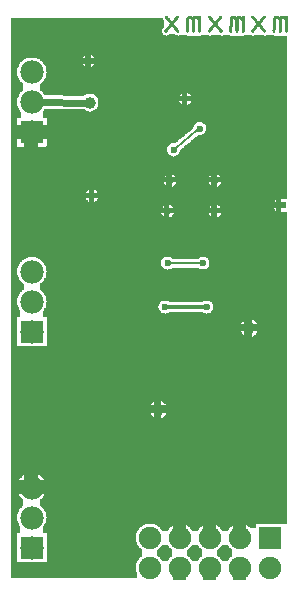
<source format=gbl>
G04 MADE WITH FRITZING*
G04 WWW.FRITZING.ORG*
G04 DOUBLE SIDED*
G04 HOLES PLATED*
G04 CONTOUR ON CENTER OF CONTOUR VECTOR*
%ASAXBY*%
%FSLAX23Y23*%
%MOIN*%
%OFA0B0*%
%SFA1.0B1.0*%
%ADD10C,0.075000*%
%ADD11C,0.078000*%
%ADD12C,0.023622*%
%ADD13C,0.039370*%
%ADD14R,0.078000X0.078000*%
%ADD15R,0.075000X0.075000*%
%ADD16C,0.008000*%
%ADD17C,0.012000*%
%ADD18C,0.024000*%
%ADD19R,0.001000X0.001000*%
%LNCOPPER0*%
G90*
G70*
G54D10*
X385Y1796D03*
G54D11*
X110Y143D03*
X110Y243D03*
X110Y343D03*
X110Y143D03*
X110Y243D03*
X110Y343D03*
X110Y1528D03*
X110Y1628D03*
X110Y1728D03*
X110Y1528D03*
X110Y1628D03*
X110Y1728D03*
X110Y863D03*
X110Y963D03*
X110Y1063D03*
X110Y863D03*
X110Y963D03*
X110Y1063D03*
G54D10*
X904Y176D03*
X904Y76D03*
X804Y176D03*
X804Y76D03*
X704Y176D03*
X704Y76D03*
X604Y176D03*
X604Y76D03*
X504Y176D03*
X504Y76D03*
G54D12*
X937Y1284D03*
X311Y1316D03*
G54D13*
X531Y603D03*
X834Y875D03*
G54D12*
X571Y1367D03*
X720Y1367D03*
X563Y1265D03*
X720Y1265D03*
X681Y1091D03*
X563Y1091D03*
X583Y1470D03*
X670Y1540D03*
X554Y945D03*
X693Y945D03*
X622Y1639D03*
G54D13*
X303Y1627D03*
G54D12*
X299Y1765D03*
G54D14*
X110Y143D03*
X110Y143D03*
X110Y1528D03*
X110Y1528D03*
X110Y863D03*
X110Y863D03*
G54D15*
X904Y176D03*
G54D16*
X572Y1091D02*
X671Y1091D01*
D02*
X590Y1476D02*
X662Y1534D01*
G54D17*
D02*
X564Y945D02*
X684Y945D01*
G54D18*
D02*
X284Y1627D02*
X140Y1628D01*
G36*
X40Y1909D02*
X40Y1849D01*
X556Y1849D01*
X556Y1851D01*
X550Y1851D01*
X550Y1853D01*
X548Y1853D01*
X548Y1855D01*
X546Y1855D01*
X546Y1859D01*
X544Y1859D01*
X544Y1871D01*
X546Y1871D01*
X546Y1875D01*
X548Y1875D01*
X548Y1877D01*
X550Y1877D01*
X550Y1879D01*
X552Y1879D01*
X552Y1899D01*
X550Y1899D01*
X550Y1901D01*
X548Y1901D01*
X548Y1903D01*
X546Y1903D01*
X546Y1909D01*
X40Y1909D01*
G37*
D02*
G36*
X568Y1855D02*
X568Y1853D01*
X566Y1853D01*
X566Y1851D01*
X562Y1851D01*
X562Y1849D01*
X596Y1849D01*
X596Y1851D01*
X590Y1851D01*
X590Y1853D01*
X588Y1853D01*
X588Y1855D01*
X568Y1855D01*
G37*
D02*
G36*
X710Y1853D02*
X710Y1851D01*
X706Y1851D01*
X706Y1849D01*
X740Y1849D01*
X740Y1851D01*
X736Y1851D01*
X736Y1853D01*
X710Y1853D01*
G37*
D02*
G36*
X856Y1853D02*
X856Y1851D01*
X850Y1851D01*
X850Y1849D01*
X884Y1849D01*
X884Y1851D01*
X880Y1851D01*
X880Y1853D01*
X856Y1853D01*
G37*
D02*
G36*
X602Y1851D02*
X602Y1849D01*
X628Y1849D01*
X628Y1851D01*
X602Y1851D01*
G37*
D02*
G36*
X674Y1851D02*
X674Y1849D01*
X700Y1849D01*
X700Y1851D01*
X674Y1851D01*
G37*
D02*
G36*
X746Y1851D02*
X746Y1849D01*
X772Y1849D01*
X772Y1851D01*
X746Y1851D01*
G37*
D02*
G36*
X818Y1851D02*
X818Y1849D01*
X844Y1849D01*
X844Y1851D01*
X818Y1851D01*
G37*
D02*
G36*
X890Y1851D02*
X890Y1849D01*
X916Y1849D01*
X916Y1851D01*
X890Y1851D01*
G37*
D02*
G36*
X40Y1849D02*
X40Y1847D01*
X962Y1847D01*
X962Y1849D01*
X40Y1849D01*
G37*
D02*
G36*
X40Y1849D02*
X40Y1847D01*
X962Y1847D01*
X962Y1849D01*
X40Y1849D01*
G37*
D02*
G36*
X40Y1849D02*
X40Y1847D01*
X962Y1847D01*
X962Y1849D01*
X40Y1849D01*
G37*
D02*
G36*
X40Y1849D02*
X40Y1847D01*
X962Y1847D01*
X962Y1849D01*
X40Y1849D01*
G37*
D02*
G36*
X40Y1849D02*
X40Y1847D01*
X962Y1847D01*
X962Y1849D01*
X40Y1849D01*
G37*
D02*
G36*
X40Y1849D02*
X40Y1847D01*
X962Y1847D01*
X962Y1849D01*
X40Y1849D01*
G37*
D02*
G36*
X40Y1849D02*
X40Y1847D01*
X962Y1847D01*
X962Y1849D01*
X40Y1849D01*
G37*
D02*
G36*
X40Y1849D02*
X40Y1847D01*
X962Y1847D01*
X962Y1849D01*
X40Y1849D01*
G37*
D02*
G36*
X40Y1849D02*
X40Y1847D01*
X962Y1847D01*
X962Y1849D01*
X40Y1849D01*
G37*
D02*
G36*
X40Y1847D02*
X40Y1787D01*
X304Y1787D01*
X304Y1785D01*
X310Y1785D01*
X310Y1783D01*
X312Y1783D01*
X312Y1781D01*
X314Y1781D01*
X314Y1779D01*
X316Y1779D01*
X316Y1777D01*
X318Y1777D01*
X318Y1773D01*
X320Y1773D01*
X320Y1757D01*
X318Y1757D01*
X318Y1753D01*
X316Y1753D01*
X316Y1751D01*
X314Y1751D01*
X314Y1749D01*
X312Y1749D01*
X312Y1747D01*
X310Y1747D01*
X310Y1745D01*
X304Y1745D01*
X304Y1743D01*
X962Y1743D01*
X962Y1847D01*
X40Y1847D01*
G37*
D02*
G36*
X40Y1787D02*
X40Y1777D01*
X122Y1777D01*
X122Y1775D01*
X128Y1775D01*
X128Y1773D01*
X132Y1773D01*
X132Y1771D01*
X136Y1771D01*
X136Y1769D01*
X138Y1769D01*
X138Y1767D01*
X142Y1767D01*
X142Y1765D01*
X144Y1765D01*
X144Y1763D01*
X146Y1763D01*
X146Y1761D01*
X148Y1761D01*
X148Y1757D01*
X150Y1757D01*
X150Y1755D01*
X152Y1755D01*
X152Y1751D01*
X154Y1751D01*
X154Y1749D01*
X156Y1749D01*
X156Y1743D01*
X294Y1743D01*
X294Y1745D01*
X288Y1745D01*
X288Y1747D01*
X286Y1747D01*
X286Y1749D01*
X284Y1749D01*
X284Y1751D01*
X282Y1751D01*
X282Y1753D01*
X280Y1753D01*
X280Y1757D01*
X278Y1757D01*
X278Y1773D01*
X280Y1773D01*
X280Y1777D01*
X282Y1777D01*
X282Y1779D01*
X284Y1779D01*
X284Y1781D01*
X286Y1781D01*
X286Y1783D01*
X288Y1783D01*
X288Y1785D01*
X294Y1785D01*
X294Y1787D01*
X40Y1787D01*
G37*
D02*
G36*
X40Y1777D02*
X40Y1479D01*
X62Y1479D01*
X62Y1577D01*
X74Y1577D01*
X74Y1597D01*
X72Y1597D01*
X72Y1599D01*
X70Y1599D01*
X70Y1603D01*
X68Y1603D01*
X68Y1605D01*
X66Y1605D01*
X66Y1609D01*
X64Y1609D01*
X64Y1615D01*
X62Y1615D01*
X62Y1641D01*
X64Y1641D01*
X64Y1647D01*
X66Y1647D01*
X66Y1651D01*
X68Y1651D01*
X68Y1655D01*
X70Y1655D01*
X70Y1657D01*
X72Y1657D01*
X72Y1661D01*
X74Y1661D01*
X74Y1663D01*
X76Y1663D01*
X76Y1665D01*
X78Y1665D01*
X78Y1667D01*
X82Y1667D01*
X82Y1689D01*
X80Y1689D01*
X80Y1691D01*
X78Y1691D01*
X78Y1693D01*
X76Y1693D01*
X76Y1695D01*
X74Y1695D01*
X74Y1697D01*
X72Y1697D01*
X72Y1699D01*
X70Y1699D01*
X70Y1703D01*
X68Y1703D01*
X68Y1705D01*
X66Y1705D01*
X66Y1709D01*
X64Y1709D01*
X64Y1715D01*
X62Y1715D01*
X62Y1741D01*
X64Y1741D01*
X64Y1747D01*
X66Y1747D01*
X66Y1751D01*
X68Y1751D01*
X68Y1755D01*
X70Y1755D01*
X70Y1757D01*
X72Y1757D01*
X72Y1761D01*
X74Y1761D01*
X74Y1763D01*
X76Y1763D01*
X76Y1765D01*
X78Y1765D01*
X78Y1767D01*
X82Y1767D01*
X82Y1769D01*
X84Y1769D01*
X84Y1771D01*
X88Y1771D01*
X88Y1773D01*
X92Y1773D01*
X92Y1775D01*
X98Y1775D01*
X98Y1777D01*
X40Y1777D01*
G37*
D02*
G36*
X156Y1743D02*
X156Y1741D01*
X962Y1741D01*
X962Y1743D01*
X156Y1743D01*
G37*
D02*
G36*
X156Y1743D02*
X156Y1741D01*
X962Y1741D01*
X962Y1743D01*
X156Y1743D01*
G37*
D02*
G36*
X158Y1741D02*
X158Y1729D01*
X160Y1729D01*
X160Y1727D01*
X158Y1727D01*
X158Y1715D01*
X156Y1715D01*
X156Y1709D01*
X154Y1709D01*
X154Y1705D01*
X152Y1705D01*
X152Y1703D01*
X150Y1703D01*
X150Y1699D01*
X148Y1699D01*
X148Y1697D01*
X146Y1697D01*
X146Y1695D01*
X144Y1695D01*
X144Y1693D01*
X142Y1693D01*
X142Y1691D01*
X140Y1691D01*
X140Y1689D01*
X138Y1689D01*
X138Y1667D01*
X142Y1667D01*
X142Y1665D01*
X144Y1665D01*
X144Y1663D01*
X146Y1663D01*
X146Y1661D01*
X626Y1661D01*
X626Y1659D01*
X632Y1659D01*
X632Y1657D01*
X636Y1657D01*
X636Y1655D01*
X638Y1655D01*
X638Y1653D01*
X640Y1653D01*
X640Y1649D01*
X642Y1649D01*
X642Y1643D01*
X644Y1643D01*
X644Y1633D01*
X642Y1633D01*
X642Y1629D01*
X640Y1629D01*
X640Y1625D01*
X638Y1625D01*
X638Y1623D01*
X636Y1623D01*
X636Y1621D01*
X632Y1621D01*
X632Y1619D01*
X628Y1619D01*
X628Y1617D01*
X962Y1617D01*
X962Y1741D01*
X158Y1741D01*
G37*
D02*
G36*
X148Y1661D02*
X148Y1657D01*
X310Y1657D01*
X310Y1655D01*
X316Y1655D01*
X316Y1653D01*
X320Y1653D01*
X320Y1651D01*
X322Y1651D01*
X322Y1649D01*
X324Y1649D01*
X324Y1647D01*
X326Y1647D01*
X326Y1645D01*
X328Y1645D01*
X328Y1641D01*
X330Y1641D01*
X330Y1637D01*
X332Y1637D01*
X332Y1617D01*
X616Y1617D01*
X616Y1619D01*
X612Y1619D01*
X612Y1621D01*
X608Y1621D01*
X608Y1623D01*
X606Y1623D01*
X606Y1625D01*
X604Y1625D01*
X604Y1629D01*
X602Y1629D01*
X602Y1633D01*
X600Y1633D01*
X600Y1645D01*
X602Y1645D01*
X602Y1649D01*
X604Y1649D01*
X604Y1653D01*
X606Y1653D01*
X606Y1655D01*
X608Y1655D01*
X608Y1657D01*
X612Y1657D01*
X612Y1659D01*
X616Y1659D01*
X616Y1661D01*
X148Y1661D01*
G37*
D02*
G36*
X150Y1657D02*
X150Y1655D01*
X152Y1655D01*
X152Y1651D01*
X214Y1651D01*
X214Y1649D01*
X284Y1649D01*
X284Y1651D01*
X286Y1651D01*
X286Y1653D01*
X290Y1653D01*
X290Y1655D01*
X296Y1655D01*
X296Y1657D01*
X150Y1657D01*
G37*
D02*
G36*
X330Y1617D02*
X330Y1615D01*
X962Y1615D01*
X962Y1617D01*
X330Y1617D01*
G37*
D02*
G36*
X330Y1617D02*
X330Y1615D01*
X962Y1615D01*
X962Y1617D01*
X330Y1617D01*
G37*
D02*
G36*
X330Y1615D02*
X330Y1613D01*
X328Y1613D01*
X328Y1611D01*
X326Y1611D01*
X326Y1607D01*
X324Y1607D01*
X324Y1605D01*
X322Y1605D01*
X322Y1603D01*
X318Y1603D01*
X318Y1601D01*
X314Y1601D01*
X314Y1599D01*
X306Y1599D01*
X306Y1597D01*
X962Y1597D01*
X962Y1615D01*
X330Y1615D01*
G37*
D02*
G36*
X154Y1607D02*
X154Y1605D01*
X152Y1605D01*
X152Y1603D01*
X150Y1603D01*
X150Y1599D01*
X148Y1599D01*
X148Y1597D01*
X300Y1597D01*
X300Y1599D01*
X292Y1599D01*
X292Y1601D01*
X288Y1601D01*
X288Y1603D01*
X286Y1603D01*
X286Y1605D01*
X212Y1605D01*
X212Y1607D01*
X154Y1607D01*
G37*
D02*
G36*
X146Y1597D02*
X146Y1595D01*
X962Y1595D01*
X962Y1597D01*
X146Y1597D01*
G37*
D02*
G36*
X146Y1597D02*
X146Y1595D01*
X962Y1595D01*
X962Y1597D01*
X146Y1597D01*
G37*
D02*
G36*
X146Y1595D02*
X146Y1577D01*
X160Y1577D01*
X160Y1561D01*
X678Y1561D01*
X678Y1559D01*
X682Y1559D01*
X682Y1557D01*
X684Y1557D01*
X684Y1555D01*
X686Y1555D01*
X686Y1553D01*
X688Y1553D01*
X688Y1551D01*
X690Y1551D01*
X690Y1545D01*
X692Y1545D01*
X692Y1535D01*
X690Y1535D01*
X690Y1531D01*
X688Y1531D01*
X688Y1527D01*
X686Y1527D01*
X686Y1525D01*
X684Y1525D01*
X684Y1523D01*
X682Y1523D01*
X682Y1521D01*
X678Y1521D01*
X678Y1519D01*
X664Y1519D01*
X664Y1517D01*
X662Y1517D01*
X662Y1515D01*
X660Y1515D01*
X660Y1513D01*
X658Y1513D01*
X658Y1511D01*
X654Y1511D01*
X654Y1509D01*
X652Y1509D01*
X652Y1507D01*
X650Y1507D01*
X650Y1505D01*
X648Y1505D01*
X648Y1503D01*
X644Y1503D01*
X644Y1501D01*
X642Y1501D01*
X642Y1499D01*
X640Y1499D01*
X640Y1497D01*
X638Y1497D01*
X638Y1495D01*
X636Y1495D01*
X636Y1493D01*
X632Y1493D01*
X632Y1491D01*
X630Y1491D01*
X630Y1489D01*
X628Y1489D01*
X628Y1487D01*
X626Y1487D01*
X626Y1485D01*
X622Y1485D01*
X622Y1483D01*
X620Y1483D01*
X620Y1481D01*
X618Y1481D01*
X618Y1479D01*
X616Y1479D01*
X616Y1477D01*
X612Y1477D01*
X612Y1475D01*
X610Y1475D01*
X610Y1473D01*
X608Y1473D01*
X608Y1471D01*
X606Y1471D01*
X606Y1469D01*
X604Y1469D01*
X604Y1461D01*
X602Y1461D01*
X602Y1457D01*
X600Y1457D01*
X600Y1455D01*
X598Y1455D01*
X598Y1453D01*
X596Y1453D01*
X596Y1451D01*
X592Y1451D01*
X592Y1449D01*
X584Y1449D01*
X584Y1447D01*
X962Y1447D01*
X962Y1595D01*
X146Y1595D01*
G37*
D02*
G36*
X160Y1561D02*
X160Y1481D01*
X158Y1481D01*
X158Y1479D01*
X564Y1479D01*
X564Y1483D01*
X566Y1483D01*
X566Y1485D01*
X568Y1485D01*
X568Y1487D01*
X572Y1487D01*
X572Y1489D01*
X574Y1489D01*
X574Y1491D01*
X588Y1491D01*
X588Y1493D01*
X590Y1493D01*
X590Y1495D01*
X594Y1495D01*
X594Y1497D01*
X596Y1497D01*
X596Y1499D01*
X598Y1499D01*
X598Y1501D01*
X600Y1501D01*
X600Y1503D01*
X602Y1503D01*
X602Y1505D01*
X606Y1505D01*
X606Y1507D01*
X608Y1507D01*
X608Y1509D01*
X610Y1509D01*
X610Y1511D01*
X612Y1511D01*
X612Y1513D01*
X616Y1513D01*
X616Y1515D01*
X618Y1515D01*
X618Y1517D01*
X620Y1517D01*
X620Y1519D01*
X622Y1519D01*
X622Y1521D01*
X626Y1521D01*
X626Y1523D01*
X628Y1523D01*
X628Y1525D01*
X630Y1525D01*
X630Y1527D01*
X632Y1527D01*
X632Y1529D01*
X636Y1529D01*
X636Y1531D01*
X638Y1531D01*
X638Y1533D01*
X640Y1533D01*
X640Y1535D01*
X642Y1535D01*
X642Y1537D01*
X644Y1537D01*
X644Y1539D01*
X648Y1539D01*
X648Y1547D01*
X650Y1547D01*
X650Y1551D01*
X652Y1551D01*
X652Y1553D01*
X654Y1553D01*
X654Y1557D01*
X658Y1557D01*
X658Y1559D01*
X660Y1559D01*
X660Y1561D01*
X160Y1561D01*
G37*
D02*
G36*
X40Y1479D02*
X40Y1477D01*
X562Y1477D01*
X562Y1479D01*
X40Y1479D01*
G37*
D02*
G36*
X40Y1479D02*
X40Y1477D01*
X562Y1477D01*
X562Y1479D01*
X40Y1479D01*
G37*
D02*
G36*
X40Y1477D02*
X40Y1447D01*
X582Y1447D01*
X582Y1449D01*
X574Y1449D01*
X574Y1451D01*
X570Y1451D01*
X570Y1453D01*
X568Y1453D01*
X568Y1455D01*
X566Y1455D01*
X566Y1457D01*
X564Y1457D01*
X564Y1461D01*
X562Y1461D01*
X562Y1477D01*
X40Y1477D01*
G37*
D02*
G36*
X40Y1447D02*
X40Y1445D01*
X962Y1445D01*
X962Y1447D01*
X40Y1447D01*
G37*
D02*
G36*
X40Y1447D02*
X40Y1445D01*
X962Y1445D01*
X962Y1447D01*
X40Y1447D01*
G37*
D02*
G36*
X40Y1445D02*
X40Y1389D01*
X726Y1389D01*
X726Y1387D01*
X732Y1387D01*
X732Y1385D01*
X734Y1385D01*
X734Y1383D01*
X736Y1383D01*
X736Y1381D01*
X738Y1381D01*
X738Y1379D01*
X740Y1379D01*
X740Y1373D01*
X742Y1373D01*
X742Y1361D01*
X740Y1361D01*
X740Y1357D01*
X738Y1357D01*
X738Y1353D01*
X736Y1353D01*
X736Y1351D01*
X734Y1351D01*
X734Y1349D01*
X730Y1349D01*
X730Y1347D01*
X724Y1347D01*
X724Y1345D01*
X962Y1345D01*
X962Y1445D01*
X40Y1445D01*
G37*
D02*
G36*
X40Y1389D02*
X40Y1345D01*
X566Y1345D01*
X566Y1347D01*
X560Y1347D01*
X560Y1349D01*
X558Y1349D01*
X558Y1351D01*
X556Y1351D01*
X556Y1353D01*
X554Y1353D01*
X554Y1355D01*
X552Y1355D01*
X552Y1359D01*
X550Y1359D01*
X550Y1367D01*
X548Y1367D01*
X548Y1369D01*
X550Y1369D01*
X550Y1377D01*
X552Y1377D01*
X552Y1379D01*
X554Y1379D01*
X554Y1383D01*
X556Y1383D01*
X556Y1385D01*
X560Y1385D01*
X560Y1387D01*
X564Y1387D01*
X564Y1389D01*
X40Y1389D01*
G37*
D02*
G36*
X576Y1389D02*
X576Y1387D01*
X582Y1387D01*
X582Y1385D01*
X584Y1385D01*
X584Y1383D01*
X586Y1383D01*
X586Y1381D01*
X588Y1381D01*
X588Y1379D01*
X590Y1379D01*
X590Y1375D01*
X592Y1375D01*
X592Y1359D01*
X590Y1359D01*
X590Y1355D01*
X588Y1355D01*
X588Y1353D01*
X586Y1353D01*
X586Y1351D01*
X584Y1351D01*
X584Y1349D01*
X580Y1349D01*
X580Y1347D01*
X576Y1347D01*
X576Y1345D01*
X716Y1345D01*
X716Y1347D01*
X710Y1347D01*
X710Y1349D01*
X708Y1349D01*
X708Y1351D01*
X704Y1351D01*
X704Y1355D01*
X702Y1355D01*
X702Y1357D01*
X700Y1357D01*
X700Y1363D01*
X698Y1363D01*
X698Y1371D01*
X700Y1371D01*
X700Y1377D01*
X702Y1377D01*
X702Y1381D01*
X704Y1381D01*
X704Y1383D01*
X706Y1383D01*
X706Y1385D01*
X710Y1385D01*
X710Y1387D01*
X714Y1387D01*
X714Y1389D01*
X576Y1389D01*
G37*
D02*
G36*
X40Y1345D02*
X40Y1343D01*
X962Y1343D01*
X962Y1345D01*
X40Y1345D01*
G37*
D02*
G36*
X40Y1345D02*
X40Y1343D01*
X962Y1343D01*
X962Y1345D01*
X40Y1345D01*
G37*
D02*
G36*
X40Y1345D02*
X40Y1343D01*
X962Y1343D01*
X962Y1345D01*
X40Y1345D01*
G37*
D02*
G36*
X40Y1343D02*
X40Y1337D01*
X320Y1337D01*
X320Y1335D01*
X324Y1335D01*
X324Y1333D01*
X326Y1333D01*
X326Y1331D01*
X328Y1331D01*
X328Y1327D01*
X330Y1327D01*
X330Y1325D01*
X332Y1325D01*
X332Y1307D01*
X940Y1307D01*
X940Y1305D01*
X962Y1305D01*
X962Y1343D01*
X40Y1343D01*
G37*
D02*
G36*
X40Y1337D02*
X40Y1295D01*
X302Y1295D01*
X302Y1297D01*
X298Y1297D01*
X298Y1299D01*
X296Y1299D01*
X296Y1301D01*
X294Y1301D01*
X294Y1303D01*
X292Y1303D01*
X292Y1307D01*
X290Y1307D01*
X290Y1325D01*
X292Y1325D01*
X292Y1329D01*
X294Y1329D01*
X294Y1331D01*
X296Y1331D01*
X296Y1333D01*
X298Y1333D01*
X298Y1335D01*
X302Y1335D01*
X302Y1337D01*
X40Y1337D01*
G37*
D02*
G36*
X330Y1307D02*
X330Y1305D01*
X328Y1305D01*
X328Y1301D01*
X326Y1301D01*
X326Y1299D01*
X322Y1299D01*
X322Y1297D01*
X320Y1297D01*
X320Y1295D01*
X918Y1295D01*
X918Y1297D01*
X920Y1297D01*
X920Y1299D01*
X922Y1299D01*
X922Y1301D01*
X924Y1301D01*
X924Y1303D01*
X928Y1303D01*
X928Y1305D01*
X934Y1305D01*
X934Y1307D01*
X330Y1307D01*
G37*
D02*
G36*
X40Y1295D02*
X40Y1293D01*
X918Y1293D01*
X918Y1295D01*
X40Y1295D01*
G37*
D02*
G36*
X40Y1295D02*
X40Y1293D01*
X918Y1293D01*
X918Y1295D01*
X40Y1295D01*
G37*
D02*
G36*
X40Y1293D02*
X40Y1287D01*
X726Y1287D01*
X726Y1285D01*
X730Y1285D01*
X730Y1283D01*
X734Y1283D01*
X734Y1281D01*
X736Y1281D01*
X736Y1279D01*
X738Y1279D01*
X738Y1275D01*
X740Y1275D01*
X740Y1271D01*
X742Y1271D01*
X742Y1259D01*
X740Y1259D01*
X740Y1253D01*
X738Y1253D01*
X738Y1251D01*
X736Y1251D01*
X736Y1249D01*
X734Y1249D01*
X734Y1247D01*
X730Y1247D01*
X730Y1245D01*
X726Y1245D01*
X726Y1243D01*
X962Y1243D01*
X962Y1263D01*
X930Y1263D01*
X930Y1265D01*
X926Y1265D01*
X926Y1267D01*
X922Y1267D01*
X922Y1269D01*
X920Y1269D01*
X920Y1273D01*
X918Y1273D01*
X918Y1275D01*
X916Y1275D01*
X916Y1293D01*
X40Y1293D01*
G37*
D02*
G36*
X40Y1287D02*
X40Y1243D01*
X556Y1243D01*
X556Y1245D01*
X552Y1245D01*
X552Y1247D01*
X550Y1247D01*
X550Y1249D01*
X546Y1249D01*
X546Y1253D01*
X544Y1253D01*
X544Y1255D01*
X542Y1255D01*
X542Y1273D01*
X544Y1273D01*
X544Y1277D01*
X546Y1277D01*
X546Y1279D01*
X548Y1279D01*
X548Y1281D01*
X550Y1281D01*
X550Y1283D01*
X552Y1283D01*
X552Y1285D01*
X558Y1285D01*
X558Y1287D01*
X40Y1287D01*
G37*
D02*
G36*
X568Y1287D02*
X568Y1285D01*
X574Y1285D01*
X574Y1283D01*
X576Y1283D01*
X576Y1281D01*
X578Y1281D01*
X578Y1279D01*
X580Y1279D01*
X580Y1277D01*
X582Y1277D01*
X582Y1273D01*
X584Y1273D01*
X584Y1257D01*
X582Y1257D01*
X582Y1253D01*
X580Y1253D01*
X580Y1251D01*
X578Y1251D01*
X578Y1249D01*
X576Y1249D01*
X576Y1247D01*
X574Y1247D01*
X574Y1245D01*
X568Y1245D01*
X568Y1243D01*
X714Y1243D01*
X714Y1245D01*
X710Y1245D01*
X710Y1247D01*
X706Y1247D01*
X706Y1249D01*
X704Y1249D01*
X704Y1251D01*
X702Y1251D01*
X702Y1255D01*
X700Y1255D01*
X700Y1261D01*
X698Y1261D01*
X698Y1269D01*
X700Y1269D01*
X700Y1275D01*
X702Y1275D01*
X702Y1277D01*
X704Y1277D01*
X704Y1281D01*
X708Y1281D01*
X708Y1283D01*
X710Y1283D01*
X710Y1285D01*
X716Y1285D01*
X716Y1287D01*
X568Y1287D01*
G37*
D02*
G36*
X40Y1243D02*
X40Y1241D01*
X962Y1241D01*
X962Y1243D01*
X40Y1243D01*
G37*
D02*
G36*
X40Y1243D02*
X40Y1241D01*
X962Y1241D01*
X962Y1243D01*
X40Y1243D01*
G37*
D02*
G36*
X40Y1243D02*
X40Y1241D01*
X962Y1241D01*
X962Y1243D01*
X40Y1243D01*
G37*
D02*
G36*
X40Y1241D02*
X40Y1113D01*
X688Y1113D01*
X688Y1111D01*
X692Y1111D01*
X692Y1109D01*
X696Y1109D01*
X696Y1107D01*
X698Y1107D01*
X698Y1103D01*
X700Y1103D01*
X700Y1101D01*
X702Y1101D01*
X702Y1083D01*
X700Y1083D01*
X700Y1079D01*
X698Y1079D01*
X698Y1077D01*
X696Y1077D01*
X696Y1075D01*
X694Y1075D01*
X694Y1073D01*
X690Y1073D01*
X690Y1071D01*
X682Y1071D01*
X682Y1069D01*
X962Y1069D01*
X962Y1241D01*
X40Y1241D01*
G37*
D02*
G36*
X40Y1113D02*
X40Y815D01*
X62Y815D01*
X62Y913D01*
X72Y913D01*
X72Y935D01*
X70Y935D01*
X70Y937D01*
X68Y937D01*
X68Y941D01*
X66Y941D01*
X66Y945D01*
X64Y945D01*
X64Y951D01*
X62Y951D01*
X62Y975D01*
X64Y975D01*
X64Y983D01*
X66Y983D01*
X66Y987D01*
X68Y987D01*
X68Y989D01*
X70Y989D01*
X70Y993D01*
X72Y993D01*
X72Y995D01*
X74Y995D01*
X74Y997D01*
X76Y997D01*
X76Y999D01*
X78Y999D01*
X78Y1001D01*
X80Y1001D01*
X80Y1003D01*
X84Y1003D01*
X84Y1023D01*
X82Y1023D01*
X82Y1025D01*
X78Y1025D01*
X78Y1027D01*
X76Y1027D01*
X76Y1029D01*
X74Y1029D01*
X74Y1031D01*
X72Y1031D01*
X72Y1035D01*
X70Y1035D01*
X70Y1037D01*
X68Y1037D01*
X68Y1041D01*
X66Y1041D01*
X66Y1045D01*
X64Y1045D01*
X64Y1051D01*
X62Y1051D01*
X62Y1075D01*
X64Y1075D01*
X64Y1083D01*
X66Y1083D01*
X66Y1087D01*
X68Y1087D01*
X68Y1089D01*
X70Y1089D01*
X70Y1093D01*
X72Y1093D01*
X72Y1095D01*
X74Y1095D01*
X74Y1097D01*
X76Y1097D01*
X76Y1099D01*
X78Y1099D01*
X78Y1101D01*
X80Y1101D01*
X80Y1103D01*
X84Y1103D01*
X84Y1105D01*
X86Y1105D01*
X86Y1107D01*
X90Y1107D01*
X90Y1109D01*
X96Y1109D01*
X96Y1111D01*
X106Y1111D01*
X106Y1113D01*
X40Y1113D01*
G37*
D02*
G36*
X114Y1113D02*
X114Y1111D01*
X124Y1111D01*
X124Y1109D01*
X130Y1109D01*
X130Y1107D01*
X134Y1107D01*
X134Y1105D01*
X138Y1105D01*
X138Y1103D01*
X140Y1103D01*
X140Y1101D01*
X142Y1101D01*
X142Y1099D01*
X144Y1099D01*
X144Y1097D01*
X146Y1097D01*
X146Y1095D01*
X148Y1095D01*
X148Y1093D01*
X150Y1093D01*
X150Y1089D01*
X152Y1089D01*
X152Y1087D01*
X154Y1087D01*
X154Y1083D01*
X156Y1083D01*
X156Y1077D01*
X158Y1077D01*
X158Y1069D01*
X562Y1069D01*
X562Y1071D01*
X554Y1071D01*
X554Y1073D01*
X550Y1073D01*
X550Y1075D01*
X548Y1075D01*
X548Y1077D01*
X546Y1077D01*
X546Y1079D01*
X544Y1079D01*
X544Y1083D01*
X542Y1083D01*
X542Y1101D01*
X544Y1101D01*
X544Y1105D01*
X546Y1105D01*
X546Y1107D01*
X548Y1107D01*
X548Y1109D01*
X552Y1109D01*
X552Y1111D01*
X556Y1111D01*
X556Y1113D01*
X114Y1113D01*
G37*
D02*
G36*
X570Y1113D02*
X570Y1111D01*
X574Y1111D01*
X574Y1109D01*
X578Y1109D01*
X578Y1107D01*
X580Y1107D01*
X580Y1105D01*
X664Y1105D01*
X664Y1107D01*
X666Y1107D01*
X666Y1109D01*
X670Y1109D01*
X670Y1111D01*
X674Y1111D01*
X674Y1113D01*
X570Y1113D01*
G37*
D02*
G36*
X578Y1077D02*
X578Y1075D01*
X576Y1075D01*
X576Y1073D01*
X572Y1073D01*
X572Y1071D01*
X564Y1071D01*
X564Y1069D01*
X680Y1069D01*
X680Y1071D01*
X672Y1071D01*
X672Y1073D01*
X668Y1073D01*
X668Y1075D01*
X666Y1075D01*
X666Y1077D01*
X578Y1077D01*
G37*
D02*
G36*
X158Y1069D02*
X158Y1067D01*
X962Y1067D01*
X962Y1069D01*
X158Y1069D01*
G37*
D02*
G36*
X158Y1069D02*
X158Y1067D01*
X962Y1067D01*
X962Y1069D01*
X158Y1069D01*
G37*
D02*
G36*
X158Y1069D02*
X158Y1067D01*
X962Y1067D01*
X962Y1069D01*
X158Y1069D01*
G37*
D02*
G36*
X158Y1067D02*
X158Y1065D01*
X160Y1065D01*
X160Y1063D01*
X158Y1063D01*
X158Y1051D01*
X156Y1051D01*
X156Y1043D01*
X154Y1043D01*
X154Y1041D01*
X152Y1041D01*
X152Y1037D01*
X150Y1037D01*
X150Y1033D01*
X148Y1033D01*
X148Y1031D01*
X146Y1031D01*
X146Y1029D01*
X144Y1029D01*
X144Y1027D01*
X142Y1027D01*
X142Y1025D01*
X138Y1025D01*
X138Y1003D01*
X140Y1003D01*
X140Y1001D01*
X142Y1001D01*
X142Y999D01*
X144Y999D01*
X144Y997D01*
X146Y997D01*
X146Y995D01*
X148Y995D01*
X148Y993D01*
X150Y993D01*
X150Y989D01*
X152Y989D01*
X152Y987D01*
X154Y987D01*
X154Y983D01*
X156Y983D01*
X156Y977D01*
X158Y977D01*
X158Y967D01*
X702Y967D01*
X702Y965D01*
X704Y965D01*
X704Y963D01*
X708Y963D01*
X708Y961D01*
X710Y961D01*
X710Y959D01*
X712Y959D01*
X712Y955D01*
X714Y955D01*
X714Y947D01*
X716Y947D01*
X716Y945D01*
X714Y945D01*
X714Y937D01*
X712Y937D01*
X712Y933D01*
X710Y933D01*
X710Y931D01*
X708Y931D01*
X708Y929D01*
X706Y929D01*
X706Y927D01*
X702Y927D01*
X702Y925D01*
X694Y925D01*
X694Y923D01*
X962Y923D01*
X962Y1067D01*
X158Y1067D01*
G37*
D02*
G36*
X158Y967D02*
X158Y965D01*
X160Y965D01*
X160Y963D01*
X158Y963D01*
X158Y951D01*
X156Y951D01*
X156Y943D01*
X154Y943D01*
X154Y941D01*
X152Y941D01*
X152Y937D01*
X150Y937D01*
X150Y933D01*
X148Y933D01*
X148Y923D01*
X554Y923D01*
X554Y925D01*
X546Y925D01*
X546Y927D01*
X542Y927D01*
X542Y929D01*
X540Y929D01*
X540Y931D01*
X538Y931D01*
X538Y933D01*
X536Y933D01*
X536Y935D01*
X534Y935D01*
X534Y943D01*
X532Y943D01*
X532Y949D01*
X534Y949D01*
X534Y955D01*
X536Y955D01*
X536Y959D01*
X538Y959D01*
X538Y961D01*
X540Y961D01*
X540Y963D01*
X542Y963D01*
X542Y965D01*
X546Y965D01*
X546Y967D01*
X158Y967D01*
G37*
D02*
G36*
X562Y967D02*
X562Y965D01*
X566Y965D01*
X566Y963D01*
X568Y963D01*
X568Y961D01*
X680Y961D01*
X680Y963D01*
X682Y963D01*
X682Y965D01*
X686Y965D01*
X686Y967D01*
X562Y967D01*
G37*
D02*
G36*
X568Y929D02*
X568Y927D01*
X564Y927D01*
X564Y925D01*
X556Y925D01*
X556Y923D01*
X692Y923D01*
X692Y925D01*
X684Y925D01*
X684Y927D01*
X680Y927D01*
X680Y929D01*
X568Y929D01*
G37*
D02*
G36*
X148Y923D02*
X148Y921D01*
X962Y921D01*
X962Y923D01*
X148Y923D01*
G37*
D02*
G36*
X148Y923D02*
X148Y921D01*
X962Y921D01*
X962Y923D01*
X148Y923D01*
G37*
D02*
G36*
X148Y923D02*
X148Y921D01*
X962Y921D01*
X962Y923D01*
X148Y923D01*
G37*
D02*
G36*
X148Y921D02*
X148Y913D01*
X158Y913D01*
X158Y911D01*
X160Y911D01*
X160Y905D01*
X840Y905D01*
X840Y903D01*
X846Y903D01*
X846Y901D01*
X850Y901D01*
X850Y899D01*
X854Y899D01*
X854Y897D01*
X856Y897D01*
X856Y895D01*
X858Y895D01*
X858Y891D01*
X860Y891D01*
X860Y889D01*
X862Y889D01*
X862Y883D01*
X864Y883D01*
X864Y867D01*
X862Y867D01*
X862Y863D01*
X860Y863D01*
X860Y859D01*
X858Y859D01*
X858Y857D01*
X856Y857D01*
X856Y853D01*
X852Y853D01*
X852Y851D01*
X850Y851D01*
X850Y849D01*
X846Y849D01*
X846Y847D01*
X840Y847D01*
X840Y845D01*
X962Y845D01*
X962Y921D01*
X148Y921D01*
G37*
D02*
G36*
X160Y905D02*
X160Y845D01*
X830Y845D01*
X830Y847D01*
X822Y847D01*
X822Y849D01*
X818Y849D01*
X818Y851D01*
X816Y851D01*
X816Y853D01*
X814Y853D01*
X814Y855D01*
X812Y855D01*
X812Y857D01*
X810Y857D01*
X810Y861D01*
X808Y861D01*
X808Y863D01*
X806Y863D01*
X806Y873D01*
X804Y873D01*
X804Y877D01*
X806Y877D01*
X806Y887D01*
X808Y887D01*
X808Y891D01*
X810Y891D01*
X810Y893D01*
X812Y893D01*
X812Y895D01*
X814Y895D01*
X814Y897D01*
X816Y897D01*
X816Y899D01*
X818Y899D01*
X818Y901D01*
X822Y901D01*
X822Y903D01*
X828Y903D01*
X828Y905D01*
X160Y905D01*
G37*
D02*
G36*
X160Y845D02*
X160Y843D01*
X962Y843D01*
X962Y845D01*
X160Y845D01*
G37*
D02*
G36*
X160Y845D02*
X160Y843D01*
X962Y843D01*
X962Y845D01*
X160Y845D01*
G37*
D02*
G36*
X160Y843D02*
X160Y815D01*
X962Y815D01*
X962Y843D01*
X160Y843D01*
G37*
D02*
G36*
X40Y815D02*
X40Y813D01*
X962Y813D01*
X962Y815D01*
X40Y815D01*
G37*
D02*
G36*
X40Y815D02*
X40Y813D01*
X962Y813D01*
X962Y815D01*
X40Y815D01*
G37*
D02*
G36*
X40Y813D02*
X40Y633D01*
X538Y633D01*
X538Y631D01*
X544Y631D01*
X544Y629D01*
X548Y629D01*
X548Y627D01*
X550Y627D01*
X550Y625D01*
X552Y625D01*
X552Y623D01*
X554Y623D01*
X554Y621D01*
X556Y621D01*
X556Y617D01*
X558Y617D01*
X558Y613D01*
X560Y613D01*
X560Y593D01*
X558Y593D01*
X558Y589D01*
X556Y589D01*
X556Y585D01*
X554Y585D01*
X554Y583D01*
X552Y583D01*
X552Y581D01*
X550Y581D01*
X550Y579D01*
X546Y579D01*
X546Y577D01*
X542Y577D01*
X542Y575D01*
X534Y575D01*
X534Y573D01*
X962Y573D01*
X962Y813D01*
X40Y813D01*
G37*
D02*
G36*
X40Y633D02*
X40Y573D01*
X530Y573D01*
X530Y575D01*
X520Y575D01*
X520Y577D01*
X516Y577D01*
X516Y579D01*
X514Y579D01*
X514Y581D01*
X510Y581D01*
X510Y585D01*
X508Y585D01*
X508Y587D01*
X506Y587D01*
X506Y591D01*
X504Y591D01*
X504Y595D01*
X502Y595D01*
X502Y611D01*
X504Y611D01*
X504Y617D01*
X506Y617D01*
X506Y621D01*
X508Y621D01*
X508Y623D01*
X510Y623D01*
X510Y625D01*
X512Y625D01*
X512Y627D01*
X514Y627D01*
X514Y629D01*
X518Y629D01*
X518Y631D01*
X524Y631D01*
X524Y633D01*
X40Y633D01*
G37*
D02*
G36*
X40Y573D02*
X40Y571D01*
X962Y571D01*
X962Y573D01*
X40Y573D01*
G37*
D02*
G36*
X40Y573D02*
X40Y571D01*
X962Y571D01*
X962Y573D01*
X40Y573D01*
G37*
D02*
G36*
X40Y571D02*
X40Y393D01*
X116Y393D01*
X116Y391D01*
X124Y391D01*
X124Y389D01*
X130Y389D01*
X130Y387D01*
X134Y387D01*
X134Y385D01*
X138Y385D01*
X138Y383D01*
X140Y383D01*
X140Y381D01*
X142Y381D01*
X142Y379D01*
X144Y379D01*
X144Y377D01*
X146Y377D01*
X146Y375D01*
X148Y375D01*
X148Y373D01*
X150Y373D01*
X150Y371D01*
X152Y371D01*
X152Y367D01*
X154Y367D01*
X154Y363D01*
X156Y363D01*
X156Y357D01*
X158Y357D01*
X158Y345D01*
X160Y345D01*
X160Y343D01*
X158Y343D01*
X158Y331D01*
X156Y331D01*
X156Y325D01*
X154Y325D01*
X154Y321D01*
X152Y321D01*
X152Y317D01*
X150Y317D01*
X150Y315D01*
X148Y315D01*
X148Y311D01*
X146Y311D01*
X146Y309D01*
X144Y309D01*
X144Y307D01*
X142Y307D01*
X142Y305D01*
X138Y305D01*
X138Y283D01*
X140Y283D01*
X140Y281D01*
X142Y281D01*
X142Y279D01*
X144Y279D01*
X144Y277D01*
X146Y277D01*
X146Y275D01*
X148Y275D01*
X148Y273D01*
X150Y273D01*
X150Y271D01*
X152Y271D01*
X152Y267D01*
X154Y267D01*
X154Y263D01*
X156Y263D01*
X156Y257D01*
X158Y257D01*
X158Y245D01*
X160Y245D01*
X160Y243D01*
X158Y243D01*
X158Y231D01*
X156Y231D01*
X156Y225D01*
X154Y225D01*
X154Y223D01*
X814Y223D01*
X814Y221D01*
X822Y221D01*
X822Y219D01*
X826Y219D01*
X826Y217D01*
X828Y217D01*
X828Y215D01*
X832Y215D01*
X832Y213D01*
X834Y213D01*
X834Y211D01*
X836Y211D01*
X836Y209D01*
X856Y209D01*
X856Y223D01*
X962Y223D01*
X962Y571D01*
X40Y571D01*
G37*
D02*
G36*
X40Y393D02*
X40Y95D01*
X62Y95D01*
X62Y193D01*
X72Y193D01*
X72Y215D01*
X70Y215D01*
X70Y217D01*
X68Y217D01*
X68Y221D01*
X66Y221D01*
X66Y225D01*
X64Y225D01*
X64Y231D01*
X62Y231D01*
X62Y257D01*
X64Y257D01*
X64Y263D01*
X66Y263D01*
X66Y267D01*
X68Y267D01*
X68Y271D01*
X70Y271D01*
X70Y273D01*
X72Y273D01*
X72Y275D01*
X74Y275D01*
X74Y277D01*
X76Y277D01*
X76Y279D01*
X78Y279D01*
X78Y281D01*
X80Y281D01*
X80Y283D01*
X82Y283D01*
X82Y305D01*
X80Y305D01*
X80Y307D01*
X76Y307D01*
X76Y309D01*
X74Y309D01*
X74Y311D01*
X72Y311D01*
X72Y315D01*
X70Y315D01*
X70Y317D01*
X68Y317D01*
X68Y321D01*
X66Y321D01*
X66Y325D01*
X64Y325D01*
X64Y331D01*
X62Y331D01*
X62Y357D01*
X64Y357D01*
X64Y363D01*
X66Y363D01*
X66Y367D01*
X68Y367D01*
X68Y371D01*
X70Y371D01*
X70Y373D01*
X72Y373D01*
X72Y375D01*
X74Y375D01*
X74Y377D01*
X76Y377D01*
X76Y379D01*
X78Y379D01*
X78Y381D01*
X80Y381D01*
X80Y383D01*
X82Y383D01*
X82Y385D01*
X86Y385D01*
X86Y387D01*
X90Y387D01*
X90Y389D01*
X96Y389D01*
X96Y391D01*
X104Y391D01*
X104Y393D01*
X40Y393D01*
G37*
D02*
G36*
X154Y223D02*
X154Y221D01*
X152Y221D01*
X152Y217D01*
X150Y217D01*
X150Y215D01*
X148Y215D01*
X148Y193D01*
X158Y193D01*
X158Y191D01*
X160Y191D01*
X160Y95D01*
X460Y95D01*
X460Y97D01*
X462Y97D01*
X462Y99D01*
X464Y99D01*
X464Y103D01*
X466Y103D01*
X466Y105D01*
X468Y105D01*
X468Y109D01*
X470Y109D01*
X470Y111D01*
X474Y111D01*
X474Y113D01*
X476Y113D01*
X476Y115D01*
X478Y115D01*
X478Y137D01*
X476Y137D01*
X476Y139D01*
X474Y139D01*
X474Y141D01*
X470Y141D01*
X470Y143D01*
X468Y143D01*
X468Y147D01*
X466Y147D01*
X466Y149D01*
X464Y149D01*
X464Y151D01*
X462Y151D01*
X462Y155D01*
X460Y155D01*
X460Y161D01*
X458Y161D01*
X458Y169D01*
X456Y169D01*
X456Y183D01*
X458Y183D01*
X458Y191D01*
X460Y191D01*
X460Y197D01*
X462Y197D01*
X462Y199D01*
X464Y199D01*
X464Y203D01*
X466Y203D01*
X466Y205D01*
X468Y205D01*
X468Y209D01*
X470Y209D01*
X470Y211D01*
X474Y211D01*
X474Y213D01*
X476Y213D01*
X476Y215D01*
X478Y215D01*
X478Y217D01*
X482Y217D01*
X482Y219D01*
X486Y219D01*
X486Y221D01*
X494Y221D01*
X494Y223D01*
X154Y223D01*
G37*
D02*
G36*
X514Y223D02*
X514Y221D01*
X522Y221D01*
X522Y219D01*
X526Y219D01*
X526Y217D01*
X528Y217D01*
X528Y215D01*
X532Y215D01*
X532Y213D01*
X534Y213D01*
X534Y211D01*
X536Y211D01*
X536Y209D01*
X538Y209D01*
X538Y207D01*
X540Y207D01*
X540Y205D01*
X542Y205D01*
X542Y203D01*
X544Y203D01*
X544Y199D01*
X564Y199D01*
X564Y203D01*
X566Y203D01*
X566Y205D01*
X568Y205D01*
X568Y209D01*
X570Y209D01*
X570Y211D01*
X574Y211D01*
X574Y213D01*
X576Y213D01*
X576Y215D01*
X578Y215D01*
X578Y217D01*
X582Y217D01*
X582Y219D01*
X586Y219D01*
X586Y221D01*
X594Y221D01*
X594Y223D01*
X514Y223D01*
G37*
D02*
G36*
X614Y223D02*
X614Y221D01*
X622Y221D01*
X622Y219D01*
X626Y219D01*
X626Y217D01*
X628Y217D01*
X628Y215D01*
X632Y215D01*
X632Y213D01*
X634Y213D01*
X634Y211D01*
X636Y211D01*
X636Y209D01*
X638Y209D01*
X638Y207D01*
X640Y207D01*
X640Y205D01*
X642Y205D01*
X642Y203D01*
X644Y203D01*
X644Y199D01*
X664Y199D01*
X664Y203D01*
X666Y203D01*
X666Y205D01*
X668Y205D01*
X668Y209D01*
X670Y209D01*
X670Y211D01*
X674Y211D01*
X674Y213D01*
X676Y213D01*
X676Y215D01*
X678Y215D01*
X678Y217D01*
X682Y217D01*
X682Y219D01*
X686Y219D01*
X686Y221D01*
X694Y221D01*
X694Y223D01*
X614Y223D01*
G37*
D02*
G36*
X714Y223D02*
X714Y221D01*
X722Y221D01*
X722Y219D01*
X726Y219D01*
X726Y217D01*
X728Y217D01*
X728Y215D01*
X732Y215D01*
X732Y213D01*
X734Y213D01*
X734Y211D01*
X736Y211D01*
X736Y209D01*
X738Y209D01*
X738Y207D01*
X740Y207D01*
X740Y205D01*
X742Y205D01*
X742Y203D01*
X744Y203D01*
X744Y199D01*
X764Y199D01*
X764Y203D01*
X766Y203D01*
X766Y205D01*
X768Y205D01*
X768Y209D01*
X770Y209D01*
X770Y211D01*
X774Y211D01*
X774Y213D01*
X776Y213D01*
X776Y215D01*
X778Y215D01*
X778Y217D01*
X782Y217D01*
X782Y219D01*
X786Y219D01*
X786Y221D01*
X794Y221D01*
X794Y223D01*
X714Y223D01*
G37*
D02*
G36*
X40Y95D02*
X40Y93D01*
X460Y93D01*
X460Y95D01*
X40Y95D01*
G37*
D02*
G36*
X40Y95D02*
X40Y93D01*
X460Y93D01*
X460Y95D01*
X40Y95D01*
G37*
D02*
G36*
X40Y93D02*
X40Y41D01*
X460Y41D01*
X460Y61D01*
X458Y61D01*
X458Y69D01*
X456Y69D01*
X456Y83D01*
X458Y83D01*
X458Y91D01*
X460Y91D01*
X460Y93D01*
X40Y93D01*
G37*
D02*
G36*
X544Y151D02*
X544Y149D01*
X542Y149D01*
X542Y147D01*
X540Y147D01*
X540Y145D01*
X538Y145D01*
X538Y143D01*
X536Y143D01*
X536Y141D01*
X534Y141D01*
X534Y139D01*
X532Y139D01*
X532Y137D01*
X530Y137D01*
X530Y135D01*
X528Y135D01*
X528Y115D01*
X532Y115D01*
X532Y113D01*
X534Y113D01*
X534Y111D01*
X536Y111D01*
X536Y109D01*
X538Y109D01*
X538Y107D01*
X540Y107D01*
X540Y105D01*
X542Y105D01*
X542Y103D01*
X544Y103D01*
X544Y99D01*
X564Y99D01*
X564Y103D01*
X566Y103D01*
X566Y105D01*
X568Y105D01*
X568Y109D01*
X570Y109D01*
X570Y111D01*
X574Y111D01*
X574Y113D01*
X576Y113D01*
X576Y115D01*
X578Y115D01*
X578Y137D01*
X576Y137D01*
X576Y139D01*
X574Y139D01*
X574Y141D01*
X570Y141D01*
X570Y143D01*
X568Y143D01*
X568Y147D01*
X566Y147D01*
X566Y149D01*
X564Y149D01*
X564Y151D01*
X544Y151D01*
G37*
D02*
G36*
X644Y151D02*
X644Y149D01*
X642Y149D01*
X642Y147D01*
X640Y147D01*
X640Y145D01*
X638Y145D01*
X638Y143D01*
X636Y143D01*
X636Y141D01*
X634Y141D01*
X634Y139D01*
X632Y139D01*
X632Y137D01*
X630Y137D01*
X630Y135D01*
X628Y135D01*
X628Y115D01*
X632Y115D01*
X632Y113D01*
X634Y113D01*
X634Y111D01*
X636Y111D01*
X636Y109D01*
X638Y109D01*
X638Y107D01*
X640Y107D01*
X640Y105D01*
X642Y105D01*
X642Y103D01*
X644Y103D01*
X644Y99D01*
X664Y99D01*
X664Y103D01*
X666Y103D01*
X666Y105D01*
X668Y105D01*
X668Y109D01*
X670Y109D01*
X670Y111D01*
X674Y111D01*
X674Y113D01*
X676Y113D01*
X676Y115D01*
X678Y115D01*
X678Y137D01*
X676Y137D01*
X676Y139D01*
X674Y139D01*
X674Y141D01*
X670Y141D01*
X670Y143D01*
X668Y143D01*
X668Y147D01*
X666Y147D01*
X666Y149D01*
X664Y149D01*
X664Y151D01*
X644Y151D01*
G37*
D02*
G36*
X744Y151D02*
X744Y149D01*
X742Y149D01*
X742Y147D01*
X740Y147D01*
X740Y145D01*
X738Y145D01*
X738Y143D01*
X736Y143D01*
X736Y141D01*
X734Y141D01*
X734Y139D01*
X732Y139D01*
X732Y137D01*
X730Y137D01*
X730Y135D01*
X728Y135D01*
X728Y115D01*
X732Y115D01*
X732Y113D01*
X734Y113D01*
X734Y111D01*
X736Y111D01*
X736Y109D01*
X738Y109D01*
X738Y107D01*
X740Y107D01*
X740Y105D01*
X742Y105D01*
X742Y103D01*
X744Y103D01*
X744Y99D01*
X764Y99D01*
X764Y103D01*
X766Y103D01*
X766Y105D01*
X768Y105D01*
X768Y109D01*
X770Y109D01*
X770Y111D01*
X774Y111D01*
X774Y113D01*
X776Y113D01*
X776Y115D01*
X778Y115D01*
X778Y137D01*
X776Y137D01*
X776Y139D01*
X774Y139D01*
X774Y141D01*
X770Y141D01*
X770Y143D01*
X768Y143D01*
X768Y147D01*
X766Y147D01*
X766Y149D01*
X764Y149D01*
X764Y151D01*
X744Y151D01*
G37*
D02*
G36*
X289Y1791D02*
X306Y1791D01*
X306Y1769D01*
X289Y1769D01*
X289Y1791D01*
G37*
D02*
G36*
X289Y1763D02*
X306Y1763D01*
X306Y1743D01*
X289Y1743D01*
X289Y1763D01*
G37*
D02*
G36*
X274Y1774D02*
X294Y1774D01*
X294Y1757D01*
X274Y1757D01*
X274Y1774D01*
G37*
D02*
G36*
X300Y1774D02*
X320Y1774D01*
X320Y1757D01*
X300Y1757D01*
X300Y1774D01*
G37*
D02*
G36*
X611Y1665D02*
X628Y1665D01*
X628Y1645D01*
X611Y1645D01*
X611Y1665D01*
G37*
D02*
G36*
X611Y1639D02*
X628Y1639D01*
X628Y1617D01*
X611Y1617D01*
X611Y1639D01*
G37*
D02*
G36*
X596Y1650D02*
X616Y1650D01*
X616Y1633D01*
X596Y1633D01*
X596Y1650D01*
G37*
D02*
G36*
X622Y1650D02*
X644Y1650D01*
X644Y1633D01*
X622Y1633D01*
X622Y1650D01*
G37*
D02*
G36*
X709Y1291D02*
X726Y1291D01*
X726Y1271D01*
X709Y1271D01*
X709Y1291D01*
G37*
D02*
G36*
X709Y1265D02*
X726Y1265D01*
X726Y1243D01*
X709Y1243D01*
X709Y1265D01*
G37*
D02*
G36*
X694Y1276D02*
X714Y1276D01*
X714Y1259D01*
X694Y1259D01*
X694Y1276D01*
G37*
D02*
G36*
X720Y1276D02*
X742Y1276D01*
X742Y1259D01*
X720Y1259D01*
X720Y1276D01*
G37*
D02*
G36*
X551Y1291D02*
X568Y1291D01*
X568Y1271D01*
X551Y1271D01*
X551Y1291D01*
G37*
D02*
G36*
X551Y1265D02*
X568Y1265D01*
X568Y1243D01*
X551Y1243D01*
X551Y1265D01*
G37*
D02*
G36*
X538Y1276D02*
X556Y1276D01*
X556Y1259D01*
X538Y1259D01*
X538Y1276D01*
G37*
D02*
G36*
X562Y1276D02*
X584Y1276D01*
X584Y1259D01*
X562Y1259D01*
X562Y1276D01*
G37*
D02*
G36*
X709Y1393D02*
X726Y1393D01*
X726Y1373D01*
X709Y1373D01*
X709Y1393D01*
G37*
D02*
G36*
X709Y1367D02*
X726Y1367D01*
X726Y1345D01*
X709Y1345D01*
X709Y1367D01*
G37*
D02*
G36*
X694Y1378D02*
X714Y1378D01*
X714Y1361D01*
X694Y1361D01*
X694Y1378D01*
G37*
D02*
G36*
X720Y1378D02*
X742Y1378D01*
X742Y1361D01*
X720Y1361D01*
X720Y1378D01*
G37*
D02*
G36*
X559Y1393D02*
X576Y1393D01*
X576Y1373D01*
X559Y1373D01*
X559Y1393D01*
G37*
D02*
G36*
X559Y1367D02*
X576Y1367D01*
X576Y1345D01*
X559Y1345D01*
X559Y1367D01*
G37*
D02*
G36*
X544Y1378D02*
X564Y1378D01*
X564Y1361D01*
X544Y1361D01*
X544Y1378D01*
G37*
D02*
G36*
X570Y1378D02*
X592Y1378D01*
X592Y1361D01*
X570Y1361D01*
X570Y1378D01*
G37*
D02*
G36*
X819Y909D02*
X844Y909D01*
X844Y885D01*
X819Y885D01*
X819Y909D01*
G37*
D02*
G36*
X819Y871D02*
X844Y871D01*
X844Y845D01*
X819Y845D01*
X819Y871D01*
G37*
D02*
G36*
X800Y890D02*
X824Y890D01*
X824Y865D01*
X800Y865D01*
X800Y890D01*
G37*
D02*
G36*
X838Y890D02*
X864Y890D01*
X864Y865D01*
X838Y865D01*
X838Y890D01*
G37*
D02*
G36*
X517Y637D02*
X542Y637D01*
X542Y613D01*
X517Y613D01*
X517Y637D01*
G37*
D02*
G36*
X517Y599D02*
X542Y599D01*
X542Y573D01*
X517Y573D01*
X517Y599D01*
G37*
D02*
G36*
X498Y618D02*
X522Y618D01*
X522Y593D01*
X498Y593D01*
X498Y618D01*
G37*
D02*
G36*
X536Y618D02*
X560Y618D01*
X560Y593D01*
X536Y593D01*
X536Y618D01*
G37*
D02*
G36*
X301Y1341D02*
X318Y1341D01*
X318Y1321D01*
X301Y1321D01*
X301Y1341D01*
G37*
D02*
G36*
X301Y1315D02*
X318Y1315D01*
X318Y1295D01*
X301Y1295D01*
X301Y1315D01*
G37*
D02*
G36*
X286Y1326D02*
X306Y1326D01*
X306Y1309D01*
X286Y1309D01*
X286Y1326D01*
G37*
D02*
G36*
X312Y1326D02*
X332Y1326D01*
X332Y1309D01*
X312Y1309D01*
X312Y1326D01*
G37*
D02*
G36*
X925Y1311D02*
X942Y1311D01*
X942Y1289D01*
X925Y1289D01*
X925Y1311D01*
G37*
D02*
G36*
X925Y1283D02*
X942Y1283D01*
X942Y1263D01*
X925Y1263D01*
X925Y1283D01*
G37*
D02*
G36*
X912Y1294D02*
X930Y1294D01*
X930Y1277D01*
X912Y1277D01*
X912Y1294D01*
G37*
D02*
G36*
X936Y1294D02*
X958Y1294D01*
X958Y1277D01*
X936Y1277D01*
X936Y1294D01*
G37*
D02*
G36*
X85Y1511D02*
X130Y1511D01*
X130Y1479D01*
X85Y1479D01*
X85Y1511D01*
G37*
D02*
G36*
X58Y1552D02*
X88Y1552D01*
X88Y1507D01*
X58Y1507D01*
X58Y1552D01*
G37*
D02*
G36*
X126Y1552D02*
X160Y1552D01*
X160Y1507D01*
X126Y1507D01*
X126Y1552D01*
G37*
D02*
G36*
X85Y397D02*
X130Y397D01*
X130Y365D01*
X85Y365D01*
X85Y397D01*
G37*
D02*
G36*
X58Y368D02*
X88Y368D01*
X88Y323D01*
X58Y323D01*
X58Y368D01*
G37*
D02*
G36*
X126Y368D02*
X160Y368D01*
X160Y323D01*
X126Y323D01*
X126Y368D01*
G37*
D02*
G36*
X580Y227D02*
X623Y227D01*
X623Y195D01*
X580Y195D01*
X580Y227D01*
G37*
D02*
G36*
X580Y61D02*
X623Y61D01*
X623Y35D01*
X580Y35D01*
X580Y61D01*
G37*
D02*
G36*
X680Y227D02*
X723Y227D01*
X723Y195D01*
X680Y195D01*
X680Y227D01*
G37*
D02*
G36*
X680Y61D02*
X723Y61D01*
X723Y35D01*
X680Y35D01*
X680Y61D01*
G37*
D02*
G36*
X780Y227D02*
X823Y227D01*
X823Y195D01*
X780Y195D01*
X780Y227D01*
G37*
D02*
G36*
X780Y61D02*
X823Y61D01*
X823Y35D01*
X780Y35D01*
X780Y61D01*
G37*
D02*
G54D19*
X556Y1916D02*
X561Y1916D01*
X594Y1916D02*
X598Y1916D01*
X634Y1916D02*
X640Y1916D01*
X653Y1916D02*
X661Y1916D01*
X668Y1916D02*
X672Y1916D01*
X701Y1916D02*
X705Y1916D01*
X738Y1916D02*
X743Y1916D01*
X779Y1916D02*
X785Y1916D01*
X797Y1916D02*
X805Y1916D01*
X812Y1916D02*
X817Y1916D01*
X845Y1916D02*
X850Y1916D01*
X883Y1916D02*
X887Y1916D01*
X923Y1916D02*
X929Y1916D01*
X942Y1916D02*
X950Y1916D01*
X957Y1916D02*
X961Y1916D01*
X555Y1915D02*
X562Y1915D01*
X593Y1915D02*
X599Y1915D01*
X632Y1915D02*
X643Y1915D01*
X651Y1915D02*
X663Y1915D01*
X667Y1915D02*
X673Y1915D01*
X700Y1915D02*
X706Y1915D01*
X737Y1915D02*
X744Y1915D01*
X776Y1915D02*
X787Y1915D01*
X795Y1915D02*
X807Y1915D01*
X811Y1915D02*
X818Y1915D01*
X844Y1915D02*
X851Y1915D01*
X882Y1915D02*
X888Y1915D01*
X921Y1915D02*
X932Y1915D01*
X940Y1915D02*
X952Y1915D01*
X956Y1915D02*
X962Y1915D01*
X555Y1914D02*
X563Y1914D01*
X592Y1914D02*
X600Y1914D01*
X631Y1914D02*
X644Y1914D01*
X649Y1914D02*
X664Y1914D01*
X666Y1914D02*
X674Y1914D01*
X699Y1914D02*
X707Y1914D01*
X736Y1914D02*
X744Y1914D01*
X775Y1914D02*
X789Y1914D01*
X794Y1914D02*
X808Y1914D01*
X811Y1914D02*
X819Y1914D01*
X843Y1914D02*
X852Y1914D01*
X881Y1914D02*
X889Y1914D01*
X919Y1914D02*
X933Y1914D01*
X938Y1914D02*
X953Y1914D01*
X955Y1914D02*
X963Y1914D01*
X554Y1913D02*
X564Y1913D01*
X591Y1913D02*
X600Y1913D01*
X629Y1913D02*
X645Y1913D01*
X648Y1913D02*
X674Y1913D01*
X699Y1913D02*
X708Y1913D01*
X735Y1913D02*
X745Y1913D01*
X774Y1913D02*
X790Y1913D01*
X793Y1913D02*
X819Y1913D01*
X843Y1913D02*
X853Y1913D01*
X880Y1913D02*
X889Y1913D01*
X918Y1913D02*
X934Y1913D01*
X937Y1913D02*
X963Y1913D01*
X554Y1912D02*
X564Y1912D01*
X590Y1912D02*
X601Y1912D01*
X628Y1912D02*
X675Y1912D01*
X698Y1912D02*
X709Y1912D01*
X735Y1912D02*
X745Y1912D01*
X773Y1912D02*
X819Y1912D01*
X843Y1912D02*
X853Y1912D01*
X879Y1912D02*
X889Y1912D01*
X917Y1912D02*
X964Y1912D01*
X554Y1911D02*
X565Y1911D01*
X589Y1911D02*
X600Y1911D01*
X628Y1911D02*
X675Y1911D01*
X699Y1911D02*
X710Y1911D01*
X734Y1911D02*
X745Y1911D01*
X772Y1911D02*
X819Y1911D01*
X843Y1911D02*
X854Y1911D01*
X878Y1911D02*
X889Y1911D01*
X917Y1911D02*
X964Y1911D01*
X554Y1910D02*
X566Y1910D01*
X588Y1910D02*
X600Y1910D01*
X627Y1910D02*
X675Y1910D01*
X699Y1910D02*
X711Y1910D01*
X733Y1910D02*
X745Y1910D01*
X772Y1910D02*
X819Y1910D01*
X843Y1910D02*
X855Y1910D01*
X877Y1910D02*
X889Y1910D01*
X916Y1910D02*
X964Y1910D01*
X555Y1909D02*
X567Y1909D01*
X588Y1909D02*
X600Y1909D01*
X627Y1909D02*
X675Y1909D01*
X699Y1909D02*
X711Y1909D01*
X732Y1909D02*
X744Y1909D01*
X771Y1909D02*
X819Y1909D01*
X844Y1909D02*
X856Y1909D01*
X877Y1909D02*
X889Y1909D01*
X916Y1909D02*
X964Y1909D01*
X556Y1908D02*
X568Y1908D01*
X587Y1908D02*
X599Y1908D01*
X626Y1908D02*
X675Y1908D01*
X700Y1908D02*
X712Y1908D01*
X731Y1908D02*
X743Y1908D01*
X771Y1908D02*
X819Y1908D01*
X845Y1908D02*
X857Y1908D01*
X876Y1908D02*
X888Y1908D01*
X915Y1908D02*
X964Y1908D01*
X556Y1907D02*
X569Y1907D01*
X586Y1907D02*
X598Y1907D01*
X626Y1907D02*
X675Y1907D01*
X701Y1907D02*
X713Y1907D01*
X730Y1907D02*
X743Y1907D01*
X771Y1907D02*
X819Y1907D01*
X845Y1907D02*
X857Y1907D01*
X875Y1907D02*
X887Y1907D01*
X915Y1907D02*
X964Y1907D01*
X557Y1906D02*
X569Y1906D01*
X585Y1906D02*
X597Y1906D01*
X626Y1906D02*
X635Y1906D01*
X639Y1906D02*
X655Y1906D01*
X659Y1906D02*
X675Y1906D01*
X702Y1906D02*
X714Y1906D01*
X730Y1906D02*
X742Y1906D01*
X770Y1906D02*
X780Y1906D01*
X784Y1906D02*
X799Y1906D01*
X803Y1906D02*
X819Y1906D01*
X846Y1906D02*
X858Y1906D01*
X874Y1906D02*
X886Y1906D01*
X915Y1906D02*
X924Y1906D01*
X928Y1906D02*
X943Y1906D01*
X948Y1906D02*
X964Y1906D01*
X558Y1905D02*
X570Y1905D01*
X584Y1905D02*
X596Y1905D01*
X626Y1905D02*
X635Y1905D01*
X640Y1905D02*
X654Y1905D01*
X660Y1905D02*
X675Y1905D01*
X703Y1905D02*
X715Y1905D01*
X729Y1905D02*
X741Y1905D01*
X770Y1905D02*
X779Y1905D01*
X785Y1905D02*
X799Y1905D01*
X805Y1905D02*
X819Y1905D01*
X847Y1905D02*
X859Y1905D01*
X873Y1905D02*
X885Y1905D01*
X915Y1905D02*
X924Y1905D01*
X929Y1905D02*
X943Y1905D01*
X949Y1905D02*
X964Y1905D01*
X559Y1904D02*
X571Y1904D01*
X584Y1904D02*
X596Y1904D01*
X626Y1904D02*
X635Y1904D01*
X641Y1904D02*
X654Y1904D01*
X661Y1904D02*
X675Y1904D01*
X703Y1904D02*
X715Y1904D01*
X728Y1904D02*
X740Y1904D01*
X770Y1904D02*
X779Y1904D01*
X786Y1904D02*
X799Y1904D01*
X806Y1904D02*
X819Y1904D01*
X848Y1904D02*
X860Y1904D01*
X872Y1904D02*
X885Y1904D01*
X915Y1904D02*
X924Y1904D01*
X930Y1904D02*
X943Y1904D01*
X950Y1904D02*
X964Y1904D01*
X560Y1903D02*
X572Y1903D01*
X583Y1903D02*
X595Y1903D01*
X626Y1903D02*
X635Y1903D01*
X643Y1903D02*
X654Y1903D01*
X662Y1903D02*
X675Y1903D01*
X704Y1903D02*
X716Y1903D01*
X727Y1903D02*
X739Y1903D01*
X770Y1903D02*
X779Y1903D01*
X787Y1903D02*
X799Y1903D01*
X807Y1903D02*
X819Y1903D01*
X849Y1903D02*
X861Y1903D01*
X872Y1903D02*
X884Y1903D01*
X915Y1903D02*
X924Y1903D01*
X932Y1903D02*
X943Y1903D01*
X951Y1903D02*
X964Y1903D01*
X561Y1902D02*
X573Y1902D01*
X582Y1902D02*
X594Y1902D01*
X626Y1902D02*
X635Y1902D01*
X644Y1902D02*
X654Y1902D01*
X664Y1902D02*
X675Y1902D01*
X705Y1902D02*
X717Y1902D01*
X726Y1902D02*
X738Y1902D01*
X770Y1902D02*
X779Y1902D01*
X788Y1902D02*
X799Y1902D01*
X808Y1902D02*
X819Y1902D01*
X850Y1902D02*
X862Y1902D01*
X871Y1902D02*
X883Y1902D01*
X915Y1902D02*
X924Y1902D01*
X933Y1902D02*
X943Y1902D01*
X952Y1902D02*
X964Y1902D01*
X561Y1901D02*
X574Y1901D01*
X581Y1901D02*
X593Y1901D01*
X626Y1901D02*
X635Y1901D01*
X645Y1901D02*
X654Y1901D01*
X665Y1901D02*
X675Y1901D01*
X706Y1901D02*
X718Y1901D01*
X725Y1901D02*
X738Y1901D01*
X770Y1901D02*
X779Y1901D01*
X789Y1901D02*
X799Y1901D01*
X809Y1901D02*
X819Y1901D01*
X850Y1901D02*
X862Y1901D01*
X870Y1901D02*
X882Y1901D01*
X915Y1901D02*
X924Y1901D01*
X934Y1901D02*
X943Y1901D01*
X954Y1901D02*
X964Y1901D01*
X562Y1900D02*
X574Y1900D01*
X580Y1900D02*
X592Y1900D01*
X626Y1900D02*
X635Y1900D01*
X645Y1900D02*
X654Y1900D01*
X666Y1900D02*
X675Y1900D01*
X707Y1900D02*
X719Y1900D01*
X725Y1900D02*
X737Y1900D01*
X770Y1900D02*
X779Y1900D01*
X789Y1900D02*
X799Y1900D01*
X810Y1900D02*
X819Y1900D01*
X851Y1900D02*
X863Y1900D01*
X869Y1900D02*
X881Y1900D01*
X915Y1900D02*
X924Y1900D01*
X934Y1900D02*
X943Y1900D01*
X954Y1900D02*
X964Y1900D01*
X563Y1899D02*
X575Y1899D01*
X579Y1899D02*
X591Y1899D01*
X626Y1899D02*
X635Y1899D01*
X645Y1899D02*
X654Y1899D01*
X666Y1899D02*
X675Y1899D01*
X708Y1899D02*
X720Y1899D01*
X724Y1899D02*
X736Y1899D01*
X770Y1899D02*
X779Y1899D01*
X789Y1899D02*
X799Y1899D01*
X810Y1899D02*
X819Y1899D01*
X852Y1899D02*
X864Y1899D01*
X868Y1899D02*
X880Y1899D01*
X915Y1899D02*
X924Y1899D01*
X934Y1899D02*
X943Y1899D01*
X954Y1899D02*
X964Y1899D01*
X564Y1898D02*
X576Y1898D01*
X579Y1898D02*
X591Y1898D01*
X626Y1898D02*
X635Y1898D01*
X645Y1898D02*
X654Y1898D01*
X666Y1898D02*
X675Y1898D01*
X708Y1898D02*
X720Y1898D01*
X723Y1898D02*
X735Y1898D01*
X770Y1898D02*
X779Y1898D01*
X789Y1898D02*
X799Y1898D01*
X810Y1898D02*
X819Y1898D01*
X853Y1898D02*
X865Y1898D01*
X867Y1898D02*
X880Y1898D01*
X915Y1898D02*
X924Y1898D01*
X934Y1898D02*
X943Y1898D01*
X954Y1898D02*
X964Y1898D01*
X565Y1897D02*
X590Y1897D01*
X626Y1897D02*
X635Y1897D01*
X645Y1897D02*
X654Y1897D01*
X666Y1897D02*
X675Y1897D01*
X709Y1897D02*
X734Y1897D01*
X770Y1897D02*
X779Y1897D01*
X789Y1897D02*
X799Y1897D01*
X810Y1897D02*
X819Y1897D01*
X854Y1897D02*
X879Y1897D01*
X914Y1897D02*
X924Y1897D01*
X934Y1897D02*
X943Y1897D01*
X954Y1897D02*
X964Y1897D01*
X566Y1896D02*
X589Y1896D01*
X626Y1896D02*
X635Y1896D01*
X645Y1896D02*
X654Y1896D01*
X666Y1896D02*
X675Y1896D01*
X710Y1896D02*
X733Y1896D01*
X770Y1896D02*
X779Y1896D01*
X789Y1896D02*
X799Y1896D01*
X810Y1896D02*
X819Y1896D01*
X855Y1896D02*
X878Y1896D01*
X914Y1896D02*
X923Y1896D01*
X934Y1896D02*
X943Y1896D01*
X954Y1896D02*
X964Y1896D01*
X566Y1895D02*
X588Y1895D01*
X626Y1895D02*
X635Y1895D01*
X645Y1895D02*
X654Y1895D01*
X666Y1895D02*
X675Y1895D01*
X711Y1895D02*
X733Y1895D01*
X770Y1895D02*
X779Y1895D01*
X789Y1895D02*
X799Y1895D01*
X810Y1895D02*
X819Y1895D01*
X855Y1895D02*
X877Y1895D01*
X914Y1895D02*
X923Y1895D01*
X934Y1895D02*
X943Y1895D01*
X954Y1895D02*
X964Y1895D01*
X567Y1894D02*
X587Y1894D01*
X625Y1894D02*
X635Y1894D01*
X645Y1894D02*
X654Y1894D01*
X666Y1894D02*
X675Y1894D01*
X712Y1894D02*
X732Y1894D01*
X770Y1894D02*
X779Y1894D01*
X789Y1894D02*
X799Y1894D01*
X810Y1894D02*
X819Y1894D01*
X856Y1894D02*
X876Y1894D01*
X914Y1894D02*
X923Y1894D01*
X934Y1894D02*
X943Y1894D01*
X954Y1894D02*
X964Y1894D01*
X568Y1893D02*
X587Y1893D01*
X625Y1893D02*
X634Y1893D01*
X645Y1893D02*
X654Y1893D01*
X666Y1893D02*
X675Y1893D01*
X713Y1893D02*
X731Y1893D01*
X770Y1893D02*
X779Y1893D01*
X789Y1893D02*
X799Y1893D01*
X810Y1893D02*
X819Y1893D01*
X857Y1893D02*
X875Y1893D01*
X914Y1893D02*
X923Y1893D01*
X934Y1893D02*
X943Y1893D01*
X954Y1893D02*
X964Y1893D01*
X569Y1892D02*
X586Y1892D01*
X625Y1892D02*
X634Y1892D01*
X645Y1892D02*
X654Y1892D01*
X666Y1892D02*
X675Y1892D01*
X713Y1892D02*
X730Y1892D01*
X770Y1892D02*
X779Y1892D01*
X789Y1892D02*
X799Y1892D01*
X810Y1892D02*
X819Y1892D01*
X858Y1892D02*
X875Y1892D01*
X914Y1892D02*
X923Y1892D01*
X934Y1892D02*
X943Y1892D01*
X954Y1892D02*
X964Y1892D01*
X570Y1891D02*
X585Y1891D01*
X625Y1891D02*
X634Y1891D01*
X645Y1891D02*
X654Y1891D01*
X666Y1891D02*
X675Y1891D01*
X714Y1891D02*
X729Y1891D01*
X770Y1891D02*
X779Y1891D01*
X789Y1891D02*
X799Y1891D01*
X810Y1891D02*
X819Y1891D01*
X859Y1891D02*
X874Y1891D01*
X914Y1891D02*
X923Y1891D01*
X934Y1891D02*
X943Y1891D01*
X954Y1891D02*
X964Y1891D01*
X571Y1890D02*
X584Y1890D01*
X625Y1890D02*
X634Y1890D01*
X645Y1890D02*
X654Y1890D01*
X666Y1890D02*
X675Y1890D01*
X715Y1890D02*
X728Y1890D01*
X770Y1890D02*
X779Y1890D01*
X789Y1890D02*
X799Y1890D01*
X810Y1890D02*
X819Y1890D01*
X859Y1890D02*
X873Y1890D01*
X914Y1890D02*
X923Y1890D01*
X934Y1890D02*
X943Y1890D01*
X954Y1890D02*
X964Y1890D01*
X571Y1889D02*
X584Y1889D01*
X625Y1889D02*
X634Y1889D01*
X645Y1889D02*
X654Y1889D01*
X666Y1889D02*
X675Y1889D01*
X715Y1889D02*
X728Y1889D01*
X770Y1889D02*
X779Y1889D01*
X789Y1889D02*
X799Y1889D01*
X810Y1889D02*
X819Y1889D01*
X860Y1889D02*
X872Y1889D01*
X914Y1889D02*
X923Y1889D01*
X934Y1889D02*
X943Y1889D01*
X954Y1889D02*
X964Y1889D01*
X570Y1888D02*
X584Y1888D01*
X625Y1888D02*
X634Y1888D01*
X645Y1888D02*
X654Y1888D01*
X666Y1888D02*
X675Y1888D01*
X715Y1888D02*
X729Y1888D01*
X770Y1888D02*
X779Y1888D01*
X789Y1888D02*
X799Y1888D01*
X810Y1888D02*
X819Y1888D01*
X859Y1888D02*
X873Y1888D01*
X914Y1888D02*
X923Y1888D01*
X934Y1888D02*
X943Y1888D01*
X954Y1888D02*
X964Y1888D01*
X569Y1887D02*
X585Y1887D01*
X625Y1887D02*
X634Y1887D01*
X645Y1887D02*
X654Y1887D01*
X666Y1887D02*
X675Y1887D01*
X714Y1887D02*
X730Y1887D01*
X770Y1887D02*
X779Y1887D01*
X789Y1887D02*
X799Y1887D01*
X810Y1887D02*
X819Y1887D01*
X858Y1887D02*
X874Y1887D01*
X914Y1887D02*
X923Y1887D01*
X934Y1887D02*
X943Y1887D01*
X954Y1887D02*
X964Y1887D01*
X569Y1886D02*
X586Y1886D01*
X625Y1886D02*
X634Y1886D01*
X645Y1886D02*
X654Y1886D01*
X666Y1886D02*
X675Y1886D01*
X713Y1886D02*
X730Y1886D01*
X770Y1886D02*
X779Y1886D01*
X789Y1886D02*
X799Y1886D01*
X810Y1886D02*
X819Y1886D01*
X858Y1886D02*
X875Y1886D01*
X914Y1886D02*
X923Y1886D01*
X934Y1886D02*
X943Y1886D01*
X954Y1886D02*
X964Y1886D01*
X568Y1885D02*
X587Y1885D01*
X625Y1885D02*
X634Y1885D01*
X645Y1885D02*
X654Y1885D01*
X666Y1885D02*
X675Y1885D01*
X712Y1885D02*
X731Y1885D01*
X770Y1885D02*
X779Y1885D01*
X789Y1885D02*
X799Y1885D01*
X810Y1885D02*
X819Y1885D01*
X857Y1885D02*
X876Y1885D01*
X914Y1885D02*
X923Y1885D01*
X934Y1885D02*
X943Y1885D01*
X954Y1885D02*
X964Y1885D01*
X567Y1884D02*
X588Y1884D01*
X625Y1884D02*
X634Y1884D01*
X645Y1884D02*
X654Y1884D01*
X666Y1884D02*
X675Y1884D01*
X711Y1884D02*
X732Y1884D01*
X770Y1884D02*
X779Y1884D01*
X789Y1884D02*
X799Y1884D01*
X810Y1884D02*
X819Y1884D01*
X856Y1884D02*
X877Y1884D01*
X914Y1884D02*
X923Y1884D01*
X934Y1884D02*
X943Y1884D01*
X954Y1884D02*
X964Y1884D01*
X566Y1883D02*
X588Y1883D01*
X625Y1883D02*
X634Y1883D01*
X645Y1883D02*
X654Y1883D01*
X666Y1883D02*
X675Y1883D01*
X711Y1883D02*
X733Y1883D01*
X770Y1883D02*
X779Y1883D01*
X789Y1883D02*
X799Y1883D01*
X810Y1883D02*
X819Y1883D01*
X855Y1883D02*
X877Y1883D01*
X914Y1883D02*
X923Y1883D01*
X934Y1883D02*
X943Y1883D01*
X954Y1883D02*
X964Y1883D01*
X565Y1882D02*
X589Y1882D01*
X625Y1882D02*
X634Y1882D01*
X645Y1882D02*
X654Y1882D01*
X666Y1882D02*
X675Y1882D01*
X710Y1882D02*
X734Y1882D01*
X769Y1882D02*
X779Y1882D01*
X789Y1882D02*
X799Y1882D01*
X810Y1882D02*
X819Y1882D01*
X854Y1882D02*
X878Y1882D01*
X914Y1882D02*
X923Y1882D01*
X934Y1882D02*
X943Y1882D01*
X954Y1882D02*
X964Y1882D01*
X564Y1881D02*
X590Y1881D01*
X625Y1881D02*
X634Y1881D01*
X645Y1881D02*
X654Y1881D01*
X666Y1881D02*
X675Y1881D01*
X709Y1881D02*
X735Y1881D01*
X769Y1881D02*
X779Y1881D01*
X789Y1881D02*
X799Y1881D01*
X810Y1881D02*
X819Y1881D01*
X853Y1881D02*
X879Y1881D01*
X914Y1881D02*
X923Y1881D01*
X934Y1881D02*
X943Y1881D01*
X954Y1881D02*
X964Y1881D01*
X564Y1880D02*
X576Y1880D01*
X579Y1880D02*
X591Y1880D01*
X625Y1880D02*
X634Y1880D01*
X645Y1880D02*
X654Y1880D01*
X666Y1880D02*
X675Y1880D01*
X708Y1880D02*
X720Y1880D01*
X723Y1880D02*
X735Y1880D01*
X769Y1880D02*
X778Y1880D01*
X789Y1880D02*
X799Y1880D01*
X810Y1880D02*
X819Y1880D01*
X853Y1880D02*
X865Y1880D01*
X868Y1880D02*
X880Y1880D01*
X914Y1880D02*
X923Y1880D01*
X934Y1880D02*
X943Y1880D01*
X954Y1880D02*
X964Y1880D01*
X563Y1879D02*
X575Y1879D01*
X580Y1879D02*
X592Y1879D01*
X625Y1879D02*
X634Y1879D01*
X645Y1879D02*
X654Y1879D01*
X666Y1879D02*
X675Y1879D01*
X707Y1879D02*
X719Y1879D01*
X724Y1879D02*
X736Y1879D01*
X769Y1879D02*
X778Y1879D01*
X789Y1879D02*
X799Y1879D01*
X810Y1879D02*
X819Y1879D01*
X852Y1879D02*
X864Y1879D01*
X868Y1879D02*
X881Y1879D01*
X914Y1879D02*
X923Y1879D01*
X934Y1879D02*
X943Y1879D01*
X954Y1879D02*
X964Y1879D01*
X562Y1878D02*
X574Y1878D01*
X580Y1878D02*
X593Y1878D01*
X625Y1878D02*
X634Y1878D01*
X645Y1878D02*
X654Y1878D01*
X666Y1878D02*
X675Y1878D01*
X706Y1878D02*
X719Y1878D01*
X725Y1878D02*
X737Y1878D01*
X769Y1878D02*
X778Y1878D01*
X789Y1878D02*
X799Y1878D01*
X810Y1878D02*
X819Y1878D01*
X851Y1878D02*
X863Y1878D01*
X869Y1878D02*
X882Y1878D01*
X914Y1878D02*
X923Y1878D01*
X934Y1878D02*
X943Y1878D01*
X954Y1878D02*
X964Y1878D01*
X561Y1877D02*
X573Y1877D01*
X581Y1877D02*
X593Y1877D01*
X625Y1877D02*
X634Y1877D01*
X645Y1877D02*
X654Y1877D01*
X666Y1877D02*
X675Y1877D01*
X706Y1877D02*
X718Y1877D01*
X726Y1877D02*
X738Y1877D01*
X769Y1877D02*
X778Y1877D01*
X789Y1877D02*
X799Y1877D01*
X810Y1877D02*
X819Y1877D01*
X850Y1877D02*
X862Y1877D01*
X870Y1877D02*
X882Y1877D01*
X914Y1877D02*
X923Y1877D01*
X934Y1877D02*
X943Y1877D01*
X954Y1877D02*
X964Y1877D01*
X560Y1876D02*
X572Y1876D01*
X582Y1876D02*
X594Y1876D01*
X625Y1876D02*
X634Y1876D01*
X645Y1876D02*
X654Y1876D01*
X666Y1876D02*
X675Y1876D01*
X705Y1876D02*
X717Y1876D01*
X726Y1876D02*
X739Y1876D01*
X769Y1876D02*
X778Y1876D01*
X789Y1876D02*
X799Y1876D01*
X810Y1876D02*
X819Y1876D01*
X849Y1876D02*
X861Y1876D01*
X871Y1876D02*
X883Y1876D01*
X914Y1876D02*
X923Y1876D01*
X934Y1876D02*
X943Y1876D01*
X954Y1876D02*
X964Y1876D01*
X559Y1875D02*
X572Y1875D01*
X583Y1875D02*
X595Y1875D01*
X625Y1875D02*
X634Y1875D01*
X645Y1875D02*
X654Y1875D01*
X666Y1875D02*
X675Y1875D01*
X704Y1875D02*
X716Y1875D01*
X727Y1875D02*
X740Y1875D01*
X769Y1875D02*
X778Y1875D01*
X789Y1875D02*
X799Y1875D01*
X810Y1875D02*
X819Y1875D01*
X848Y1875D02*
X861Y1875D01*
X872Y1875D02*
X884Y1875D01*
X914Y1875D02*
X923Y1875D01*
X934Y1875D02*
X943Y1875D01*
X954Y1875D02*
X964Y1875D01*
X559Y1874D02*
X571Y1874D01*
X584Y1874D02*
X596Y1874D01*
X625Y1874D02*
X634Y1874D01*
X645Y1874D02*
X654Y1874D01*
X666Y1874D02*
X675Y1874D01*
X703Y1874D02*
X715Y1874D01*
X728Y1874D02*
X740Y1874D01*
X769Y1874D02*
X778Y1874D01*
X789Y1874D02*
X799Y1874D01*
X810Y1874D02*
X819Y1874D01*
X848Y1874D02*
X860Y1874D01*
X873Y1874D02*
X885Y1874D01*
X914Y1874D02*
X923Y1874D01*
X934Y1874D02*
X943Y1874D01*
X954Y1874D02*
X964Y1874D01*
X558Y1873D02*
X570Y1873D01*
X585Y1873D02*
X597Y1873D01*
X625Y1873D02*
X634Y1873D01*
X645Y1873D02*
X654Y1873D01*
X666Y1873D02*
X675Y1873D01*
X702Y1873D02*
X714Y1873D01*
X729Y1873D02*
X741Y1873D01*
X769Y1873D02*
X778Y1873D01*
X789Y1873D02*
X799Y1873D01*
X810Y1873D02*
X819Y1873D01*
X847Y1873D02*
X859Y1873D01*
X873Y1873D02*
X886Y1873D01*
X914Y1873D02*
X923Y1873D01*
X934Y1873D02*
X943Y1873D01*
X954Y1873D02*
X964Y1873D01*
X557Y1872D02*
X569Y1872D01*
X585Y1872D02*
X598Y1872D01*
X625Y1872D02*
X634Y1872D01*
X645Y1872D02*
X654Y1872D01*
X666Y1872D02*
X675Y1872D01*
X701Y1872D02*
X714Y1872D01*
X730Y1872D02*
X742Y1872D01*
X769Y1872D02*
X778Y1872D01*
X789Y1872D02*
X799Y1872D01*
X810Y1872D02*
X819Y1872D01*
X846Y1872D02*
X858Y1872D01*
X874Y1872D02*
X887Y1872D01*
X914Y1872D02*
X923Y1872D01*
X934Y1872D02*
X943Y1872D01*
X954Y1872D02*
X964Y1872D01*
X556Y1871D02*
X568Y1871D01*
X586Y1871D02*
X598Y1871D01*
X625Y1871D02*
X634Y1871D01*
X645Y1871D02*
X654Y1871D01*
X666Y1871D02*
X675Y1871D01*
X701Y1871D02*
X713Y1871D01*
X731Y1871D02*
X743Y1871D01*
X769Y1871D02*
X778Y1871D01*
X789Y1871D02*
X799Y1871D01*
X810Y1871D02*
X819Y1871D01*
X845Y1871D02*
X857Y1871D01*
X875Y1871D02*
X887Y1871D01*
X914Y1871D02*
X923Y1871D01*
X934Y1871D02*
X943Y1871D01*
X954Y1871D02*
X964Y1871D01*
X555Y1870D02*
X568Y1870D01*
X587Y1870D02*
X599Y1870D01*
X625Y1870D02*
X634Y1870D01*
X645Y1870D02*
X654Y1870D01*
X666Y1870D02*
X675Y1870D01*
X700Y1870D02*
X712Y1870D01*
X731Y1870D02*
X744Y1870D01*
X769Y1870D02*
X778Y1870D01*
X789Y1870D02*
X799Y1870D01*
X810Y1870D02*
X819Y1870D01*
X844Y1870D02*
X856Y1870D01*
X876Y1870D02*
X888Y1870D01*
X913Y1870D02*
X923Y1870D01*
X934Y1870D02*
X943Y1870D01*
X954Y1870D02*
X964Y1870D01*
X554Y1869D02*
X567Y1869D01*
X588Y1869D02*
X600Y1869D01*
X625Y1869D02*
X634Y1869D01*
X645Y1869D02*
X654Y1869D01*
X666Y1869D02*
X675Y1869D01*
X699Y1869D02*
X711Y1869D01*
X732Y1869D02*
X745Y1869D01*
X769Y1869D02*
X778Y1869D01*
X789Y1869D02*
X799Y1869D01*
X810Y1869D02*
X819Y1869D01*
X843Y1869D02*
X856Y1869D01*
X877Y1869D02*
X889Y1869D01*
X913Y1869D02*
X923Y1869D01*
X934Y1869D02*
X943Y1869D01*
X954Y1869D02*
X964Y1869D01*
X554Y1868D02*
X566Y1868D01*
X589Y1868D02*
X601Y1868D01*
X624Y1868D02*
X634Y1868D01*
X645Y1868D02*
X654Y1868D01*
X666Y1868D02*
X675Y1868D01*
X698Y1868D02*
X710Y1868D01*
X733Y1868D02*
X745Y1868D01*
X769Y1868D02*
X778Y1868D01*
X789Y1868D02*
X799Y1868D01*
X810Y1868D02*
X819Y1868D01*
X843Y1868D02*
X855Y1868D01*
X878Y1868D02*
X890Y1868D01*
X913Y1868D02*
X923Y1868D01*
X934Y1868D02*
X943Y1868D01*
X954Y1868D02*
X964Y1868D01*
X553Y1867D02*
X565Y1867D01*
X589Y1867D02*
X601Y1867D01*
X624Y1867D02*
X634Y1867D01*
X645Y1867D02*
X654Y1867D01*
X666Y1867D02*
X675Y1867D01*
X698Y1867D02*
X710Y1867D01*
X734Y1867D02*
X746Y1867D01*
X769Y1867D02*
X778Y1867D01*
X789Y1867D02*
X799Y1867D01*
X810Y1867D02*
X819Y1867D01*
X842Y1867D02*
X854Y1867D01*
X878Y1867D02*
X890Y1867D01*
X913Y1867D02*
X922Y1867D01*
X934Y1867D02*
X943Y1867D01*
X954Y1867D02*
X964Y1867D01*
X553Y1866D02*
X564Y1866D01*
X590Y1866D02*
X602Y1866D01*
X624Y1866D02*
X634Y1866D01*
X645Y1866D02*
X654Y1866D01*
X666Y1866D02*
X675Y1866D01*
X697Y1866D02*
X709Y1866D01*
X735Y1866D02*
X746Y1866D01*
X769Y1866D02*
X778Y1866D01*
X789Y1866D02*
X799Y1866D01*
X810Y1866D02*
X819Y1866D01*
X842Y1866D02*
X853Y1866D01*
X879Y1866D02*
X890Y1866D01*
X913Y1866D02*
X922Y1866D01*
X934Y1866D02*
X943Y1866D01*
X954Y1866D02*
X964Y1866D01*
X553Y1865D02*
X563Y1865D01*
X591Y1865D02*
X602Y1865D01*
X624Y1865D02*
X633Y1865D01*
X645Y1865D02*
X654Y1865D01*
X666Y1865D02*
X675Y1865D01*
X697Y1865D02*
X708Y1865D01*
X736Y1865D02*
X746Y1865D01*
X769Y1865D02*
X778Y1865D01*
X789Y1865D02*
X798Y1865D01*
X810Y1865D02*
X819Y1865D01*
X842Y1865D02*
X852Y1865D01*
X880Y1865D02*
X890Y1865D01*
X913Y1865D02*
X922Y1865D01*
X934Y1865D02*
X943Y1865D01*
X955Y1865D02*
X964Y1865D01*
X553Y1864D02*
X563Y1864D01*
X592Y1864D02*
X601Y1864D01*
X625Y1864D02*
X633Y1864D01*
X645Y1864D02*
X654Y1864D01*
X666Y1864D02*
X674Y1864D01*
X698Y1864D02*
X707Y1864D01*
X736Y1864D02*
X746Y1864D01*
X769Y1864D02*
X778Y1864D01*
X790Y1864D02*
X798Y1864D01*
X810Y1864D02*
X819Y1864D01*
X842Y1864D02*
X852Y1864D01*
X881Y1864D02*
X890Y1864D01*
X914Y1864D02*
X922Y1864D01*
X934Y1864D02*
X943Y1864D01*
X955Y1864D02*
X963Y1864D01*
X553Y1863D02*
X562Y1863D01*
X593Y1863D02*
X601Y1863D01*
X625Y1863D02*
X633Y1863D01*
X646Y1863D02*
X654Y1863D01*
X666Y1863D02*
X674Y1863D01*
X698Y1863D02*
X706Y1863D01*
X737Y1863D02*
X746Y1863D01*
X769Y1863D02*
X777Y1863D01*
X790Y1863D02*
X798Y1863D01*
X811Y1863D02*
X819Y1863D01*
X842Y1863D02*
X851Y1863D01*
X882Y1863D02*
X890Y1863D01*
X914Y1863D02*
X922Y1863D01*
X934Y1863D02*
X942Y1863D01*
X955Y1863D02*
X963Y1863D01*
X554Y1862D02*
X561Y1862D01*
X594Y1862D02*
X600Y1862D01*
X626Y1862D02*
X632Y1862D01*
X646Y1862D02*
X653Y1862D01*
X667Y1862D02*
X673Y1862D01*
X699Y1862D02*
X705Y1862D01*
X738Y1862D02*
X745Y1862D01*
X770Y1862D02*
X777Y1862D01*
X791Y1862D02*
X797Y1862D01*
X811Y1862D02*
X818Y1862D01*
X843Y1862D02*
X850Y1862D01*
X883Y1862D02*
X889Y1862D01*
X914Y1862D02*
X921Y1862D01*
X935Y1862D02*
X942Y1862D01*
X956Y1862D02*
X962Y1862D01*
X555Y1861D02*
X560Y1861D01*
X595Y1861D02*
X599Y1861D01*
X627Y1861D02*
X631Y1861D01*
X647Y1861D02*
X652Y1861D01*
X668Y1861D02*
X672Y1861D01*
X700Y1861D02*
X704Y1861D01*
X739Y1861D02*
X744Y1861D01*
X771Y1861D02*
X776Y1861D01*
X792Y1861D02*
X796Y1861D01*
X812Y1861D02*
X817Y1861D01*
X844Y1861D02*
X849Y1861D01*
X884Y1861D02*
X888Y1861D01*
X916Y1861D02*
X920Y1861D01*
X936Y1861D02*
X941Y1861D01*
X957Y1861D02*
X961Y1861D01*
D02*
G04 End of Copper0*
M02*
</source>
